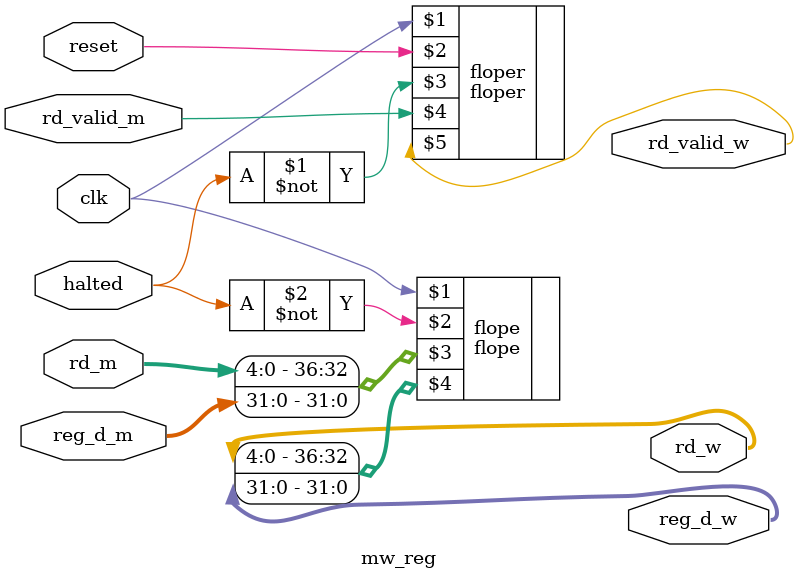
<source format=sv>
module mw_reg(
    input logic clk,
    input logic reset,
    input logic halted,
    // Memory
    input logic rd_valid_m,
    input logic[4:0] rd_m,
    input logic[31:0] reg_d_m,
    // Write-back
    output logic rd_valid_w,
    output logic[4:0] rd_w,
    output logic[31:0] reg_d_w
);
    // FF with reset
    floper #(1) floper(
        clk, reset, ~halted,
        rd_valid_m,
        rd_valid_w
    );

    // FF without reset
    flope #(37) flope(
        clk, ~halted,
        {rd_m, reg_d_m},
        {rd_w, reg_d_w}
    );
endmodule

</source>
